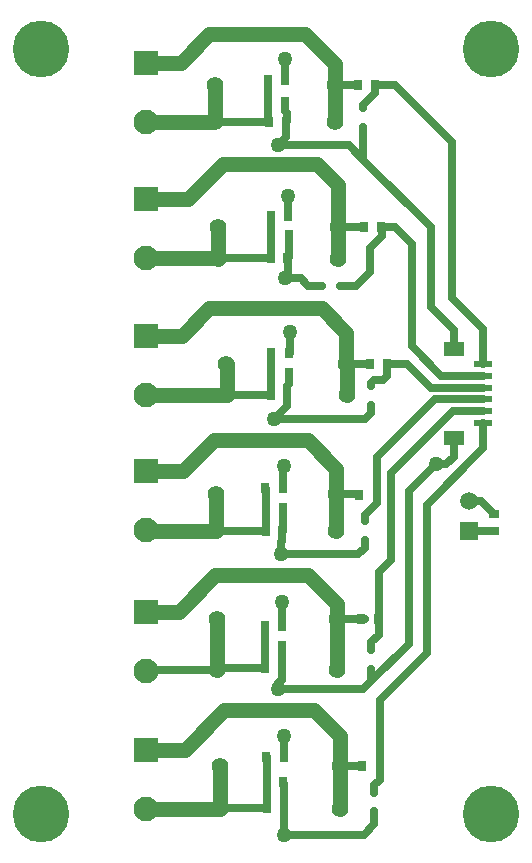
<source format=gbl>
G04*
G04 #@! TF.GenerationSoftware,Altium Limited,Altium Designer,18.1.7 (191)*
G04*
G04 Layer_Physical_Order=2*
G04 Layer_Color=16711680*
%FSLAX25Y25*%
%MOIN*%
G70*
G01*
G75*
%ADD12C,0.01000*%
%ADD21C,0.02500*%
%ADD22C,0.05906*%
%ADD23R,0.05906X0.05906*%
%ADD24C,0.08268*%
%ADD25R,0.08268X0.08268*%
%ADD26C,0.18898*%
%ADD27C,0.05512*%
%ADD28C,0.05000*%
%ADD29R,0.03543X0.03150*%
%ADD30R,0.07087X0.04724*%
%ADD31R,0.06102X0.02362*%
G04:AMPARAMS|DCode=32|XSize=21.26mil|YSize=15.75mil|CornerRadius=3.94mil|HoleSize=0mil|Usage=FLASHONLY|Rotation=270.000|XOffset=0mil|YOffset=0mil|HoleType=Round|Shape=RoundedRectangle|*
%AMROUNDEDRECTD32*
21,1,0.02126,0.00787,0,0,270.0*
21,1,0.01339,0.01575,0,0,270.0*
1,1,0.00787,-0.00394,-0.00669*
1,1,0.00787,-0.00394,0.00669*
1,1,0.00787,0.00394,0.00669*
1,1,0.00787,0.00394,-0.00669*
%
%ADD32ROUNDEDRECTD32*%
G04:AMPARAMS|DCode=33|XSize=21.26mil|YSize=15.75mil|CornerRadius=3.94mil|HoleSize=0mil|Usage=FLASHONLY|Rotation=180.000|XOffset=0mil|YOffset=0mil|HoleType=Round|Shape=RoundedRectangle|*
%AMROUNDEDRECTD33*
21,1,0.02126,0.00787,0,0,180.0*
21,1,0.01339,0.01575,0,0,180.0*
1,1,0.00787,-0.00669,0.00394*
1,1,0.00787,0.00669,0.00394*
1,1,0.00787,0.00669,-0.00394*
1,1,0.00787,-0.00669,-0.00394*
%
%ADD33ROUNDEDRECTD33*%
%ADD34R,0.03150X0.03543*%
%ADD35R,0.02756X0.03543*%
%ADD36C,0.05000*%
D12*
X213000Y473000D02*
X213000Y473000D01*
D21*
X224500Y410500D02*
Y418500D01*
X220000Y406000D02*
X224500Y410500D01*
X214728Y406000D02*
X220000D01*
X224500Y418500D02*
X228500Y422500D01*
X197705Y373151D02*
Y377000D01*
X225157Y363657D02*
Y366342D01*
X195256Y274803D02*
Y286000D01*
X204000Y406000D02*
X208587D01*
X201500Y408500D02*
X204000Y406000D01*
X196256Y408500D02*
X201500D01*
X257500Y334157D02*
X261768D01*
X257000D02*
X257500D01*
X238500Y386000D02*
Y419909D01*
X232909Y425500D02*
X238500Y419909D01*
X228453Y425500D02*
X232909D01*
X238500Y386000D02*
X248437Y376063D01*
X233000Y473000D02*
X252000Y454000D01*
Y402000D02*
Y454000D01*
Y402000D02*
X262488Y391512D01*
Y380000D02*
Y391512D01*
X252547Y385118D02*
Y391453D01*
X245000Y399000D02*
X252547Y391453D01*
X245000Y399000D02*
Y425500D01*
X217500Y453000D02*
X222413Y448087D01*
X194000Y453000D02*
X217500D01*
X222413Y448087D02*
X245000Y425500D01*
X222413Y448087D02*
Y459024D01*
X261768Y334157D02*
X266000Y329925D01*
X243500Y283500D02*
Y333000D01*
X227953Y267953D02*
X243500Y283500D01*
X227953Y246000D02*
Y267953D01*
X237500Y337500D02*
X246500Y346500D01*
X237500Y286744D02*
Y337500D01*
X225157Y274402D02*
X237500Y286744D01*
X227500Y289500D02*
Y295000D01*
Y310500D01*
X231500Y343500D02*
X252252Y364252D01*
X231500Y314500D02*
Y343500D01*
X227500Y310500D02*
X231500Y314500D01*
X222256Y271500D02*
X225157Y274402D01*
X246500Y346500D02*
X250000D01*
X252547Y349047D02*
Y355197D01*
X250000Y346500D02*
X252547Y349047D01*
X257000Y324158D02*
X257256Y324413D01*
X266000D01*
X197906Y383500D02*
Y390500D01*
X262488Y351988D02*
Y360315D01*
X243500Y333000D02*
X262488Y351988D01*
X248437Y376063D02*
X262488D01*
X244937Y372126D02*
X262488D01*
X237063Y380000D02*
X244937Y372126D01*
X230405Y380000D02*
X237063D01*
X226453Y473000D02*
X233000D01*
X246189Y368189D02*
X262488D01*
X227000Y349000D02*
X246189Y368189D01*
X227000Y336413D02*
Y349000D01*
X252252Y364252D02*
X262488D01*
X227453Y295000D02*
X227500D01*
X226453Y470272D02*
Y473000D01*
X222413Y466232D02*
X226453Y470272D01*
X222413Y465165D02*
Y466232D01*
X228500Y422500D02*
Y425453D01*
X228453Y425500D02*
X228500Y425453D01*
X223000Y361500D02*
X225157Y363657D01*
X194500Y361500D02*
X223000D01*
X225953Y374742D02*
X229148D01*
X225000Y373789D02*
X225953Y374742D01*
X225000Y372484D02*
Y373789D01*
X229148Y374742D02*
X230405Y376000D01*
Y380000D01*
X213453Y336500D02*
X221094D01*
X197053Y366053D02*
Y369657D01*
X192500Y361500D02*
X197053Y366053D01*
X225157Y287158D02*
X227500Y289500D01*
X223000Y329500D02*
X227000Y333500D01*
X223000Y327571D02*
Y329500D01*
X227000Y333500D02*
Y336413D01*
X223000Y318744D02*
Y321429D01*
X220756Y316500D02*
X223000Y318744D01*
X195000Y316500D02*
X220756D01*
X225157Y284571D02*
Y287158D01*
Y274402D02*
Y278429D01*
X194000Y271500D02*
X222256D01*
X227953Y241453D02*
Y246000D01*
X226157Y239657D02*
X227953Y241453D01*
X226157Y237071D02*
Y239657D01*
Y226658D02*
Y230929D01*
X222500Y223000D02*
X226157Y226658D01*
X196000Y223000D02*
X222500D01*
X195756Y240500D02*
X196110Y240146D01*
Y232000D02*
Y240146D01*
X196000Y231890D02*
X196110Y232000D01*
X196000Y223000D02*
Y231890D01*
X194000Y273547D02*
X195256Y274803D01*
X194000Y271500D02*
Y273547D01*
X195465Y320965D02*
Y324197D01*
X195000Y320500D02*
X195465Y320965D01*
X195000Y316500D02*
Y320500D01*
X195465Y324197D02*
X195748Y324480D01*
Y332000D01*
X197053Y369657D02*
Y372500D01*
X197705Y373151D01*
X197126Y415158D02*
X197453Y414831D01*
Y409697D02*
Y414831D01*
X196256Y408500D02*
X197453Y409697D01*
X197126Y415158D02*
X197500Y415531D01*
Y422909D01*
X194000Y453000D02*
X196795Y455795D01*
Y460634D01*
X197053Y460892D01*
Y463500D01*
X196256Y464297D02*
X197053Y463500D01*
X196256Y464297D02*
Y467319D01*
X196453Y474681D02*
Y481547D01*
X197453Y429157D02*
Y436000D01*
X176844Y369500D02*
X191542D01*
Y376742D02*
X191799Y377000D01*
X191542Y369657D02*
Y376742D01*
X191799Y377000D02*
Y383299D01*
X195709Y345709D02*
X196000Y346000D01*
X195709Y338500D02*
Y345709D01*
X173344Y324342D02*
X189953D01*
Y338350D01*
Y324197D02*
Y324342D01*
X189803Y338500D02*
X189953Y338350D01*
X195453Y292500D02*
Y300500D01*
X195953Y255953D02*
X196000Y256000D01*
X195953Y249000D02*
Y255953D01*
X214500Y246000D02*
X222047D01*
X190205Y232000D02*
Y248843D01*
X190047Y249000D02*
X190205Y248843D01*
X174500Y231658D02*
X174843Y232000D01*
X190205D01*
X223047Y295000D02*
X223047Y295000D01*
X213500Y295000D02*
X223047D01*
X189547Y278500D02*
Y292500D01*
X189547Y292500D01*
X173500Y278000D02*
X174000Y278500D01*
X189547D01*
X150000Y277658D02*
X150343Y278000D01*
X173500D01*
Y294500D02*
X174000Y295000D01*
X213344Y336391D02*
X213453Y336500D01*
X173344Y336391D02*
X173453Y336500D01*
X150000Y324658D02*
X150315Y324342D01*
X224500Y380000D02*
X224500Y380000D01*
X216797Y380000D02*
X224500D01*
X150000Y369657D02*
X150157Y369500D01*
X176797Y380000D02*
X176844Y379953D01*
X216797Y380000D02*
X216844Y379953D01*
X174000Y425500D02*
X174158Y425343D01*
X214000Y425500D02*
X214158Y425343D01*
X173870Y415158D02*
X174158Y414870D01*
X222547Y425500D02*
X222547Y425500D01*
X214000Y425500D02*
X222547D01*
X191547Y415158D02*
Y429433D01*
X174158Y414870D02*
X174445Y415158D01*
X191547D01*
Y429433D02*
X191614Y429500D01*
X190547Y460658D02*
Y474681D01*
X172413Y460658D02*
X190547D01*
X213000Y473000D02*
X220547D01*
D22*
X257500Y334157D02*
D03*
D23*
Y324158D02*
D03*
D24*
X150000Y460658D02*
D03*
Y415158D02*
D03*
Y277658D02*
D03*
Y231658D02*
D03*
Y369657D02*
D03*
Y324658D02*
D03*
D25*
Y480342D02*
D03*
Y434842D02*
D03*
Y297342D02*
D03*
Y251343D02*
D03*
Y389342D02*
D03*
Y344342D02*
D03*
D26*
X115000Y485000D02*
D03*
X265000D02*
D03*
Y230000D02*
D03*
X115000D02*
D03*
D27*
X173500Y295000D02*
D03*
X213500D02*
D03*
X174500Y231658D02*
D03*
X214500D02*
D03*
X174500Y246000D02*
D03*
X214500D02*
D03*
X173500Y278000D02*
D03*
X213500D02*
D03*
X213453Y336500D02*
D03*
X173453D02*
D03*
X213344Y324342D02*
D03*
X173344D02*
D03*
X216844Y369500D02*
D03*
X176844D02*
D03*
X214000Y425500D02*
D03*
X174000D02*
D03*
X213000Y460744D02*
D03*
X173000D02*
D03*
X216797Y380000D02*
D03*
X176797D02*
D03*
X214158Y414870D02*
D03*
X174158D02*
D03*
X213000Y473000D02*
D03*
X173000D02*
D03*
D28*
X246500Y346500D02*
D03*
X196000Y223000D02*
D03*
X194000Y271500D02*
D03*
X195000Y316500D02*
D03*
X192500Y361500D02*
D03*
X196256Y408500D02*
D03*
X194000Y453000D02*
D03*
X196453Y481547D02*
D03*
X197906Y390500D02*
D03*
X196000Y346000D02*
D03*
X195453Y300500D02*
D03*
X196000Y256000D02*
D03*
X197453Y436000D02*
D03*
D29*
X266000Y329925D02*
D03*
Y324413D02*
D03*
D30*
X252547Y355197D02*
D03*
Y385118D02*
D03*
D31*
X262488Y360315D02*
D03*
Y364252D02*
D03*
Y368189D02*
D03*
Y380000D02*
D03*
Y376063D02*
D03*
Y372126D02*
D03*
D32*
X225157Y284571D02*
D03*
Y278429D02*
D03*
X226157Y237071D02*
D03*
Y230929D02*
D03*
X223000Y327571D02*
D03*
Y321429D02*
D03*
X222413Y465165D02*
D03*
Y459024D02*
D03*
X225000Y372484D02*
D03*
Y366342D02*
D03*
D33*
X214728Y406000D02*
D03*
X208587D02*
D03*
D34*
X195256Y286000D02*
D03*
X189744D02*
D03*
X195756Y240500D02*
D03*
X190244D02*
D03*
X197126Y415158D02*
D03*
X191614D02*
D03*
X196256Y467319D02*
D03*
X190744D02*
D03*
X189953Y324197D02*
D03*
X195465D02*
D03*
X191542Y369657D02*
D03*
X197053D02*
D03*
D35*
X189547Y292500D02*
D03*
X195453D02*
D03*
X195453Y278500D02*
D03*
X189547D02*
D03*
X190047Y249000D02*
D03*
X195953D02*
D03*
X196110Y232000D02*
D03*
X190205D02*
D03*
X221547Y295000D02*
D03*
X227453D02*
D03*
X224500Y380000D02*
D03*
X230405D02*
D03*
X222047Y246000D02*
D03*
X227953D02*
D03*
X221094Y336413D02*
D03*
X227000D02*
D03*
X191547Y429157D02*
D03*
X197453D02*
D03*
X197500Y422909D02*
D03*
X191595D02*
D03*
X222547Y425500D02*
D03*
X228453D02*
D03*
X226453Y473000D02*
D03*
X220547D02*
D03*
X196795Y460634D02*
D03*
X190890D02*
D03*
X190547Y474681D02*
D03*
X196453D02*
D03*
X189842Y332000D02*
D03*
X195748D02*
D03*
X195709Y338500D02*
D03*
X189803D02*
D03*
X191752Y377000D02*
D03*
X197658D02*
D03*
X197661Y383799D02*
D03*
X191756D02*
D03*
D36*
X216797Y380000D02*
Y390203D01*
X208500Y398500D02*
X216797Y390203D01*
X171000Y398500D02*
X208500D01*
X161843Y389342D02*
X171000Y398500D01*
X213453Y336500D02*
Y345047D01*
X204000Y354500D02*
X213453Y345047D01*
X172500Y354500D02*
X204000D01*
X213000Y473000D02*
Y480000D01*
X203000Y490000D02*
X213000Y480000D01*
X171158Y490000D02*
X203000D01*
X161500Y480342D02*
X171158Y490000D01*
X214000Y425500D02*
Y439500D01*
X207000Y446500D02*
X214000Y439500D01*
X175500Y446500D02*
X207000D01*
X163842Y434842D02*
X175500Y446500D01*
X162343Y344342D02*
X172500Y354500D01*
X150000Y344342D02*
X162343D01*
X214500Y246000D02*
Y256000D01*
X206000Y264500D02*
X214500Y256000D01*
X176000Y264500D02*
X206000D01*
X162843Y251343D02*
X176000Y264500D01*
X150000Y251343D02*
X162843D01*
X214500Y231658D02*
Y246000D01*
X174500Y231658D02*
Y246000D01*
X150000Y231658D02*
X174500D01*
X213500Y295000D02*
Y300000D01*
Y278000D02*
Y295000D01*
X204000Y309500D02*
X213500Y300000D01*
X173000Y309500D02*
X204000D01*
X160843Y297342D02*
X173000Y309500D01*
X150000Y297342D02*
X160843D01*
X173500Y278000D02*
Y294500D01*
X213344Y324342D02*
Y336391D01*
X173344Y324342D02*
Y336391D01*
X150315Y324342D02*
X173344D01*
X150000Y389342D02*
X161843D01*
X150157Y369500D02*
X176844D01*
Y379953D01*
X216844Y369500D02*
Y379953D01*
X150000Y434842D02*
X163842D01*
X174158Y414870D02*
Y425343D01*
X214158Y414870D02*
Y425343D01*
X150000Y415158D02*
X173870D01*
X150000Y480342D02*
X161500D01*
X150000Y460658D02*
X172413D01*
X173000Y461244D02*
Y473000D01*
X213000Y461244D02*
Y473000D01*
M02*

</source>
